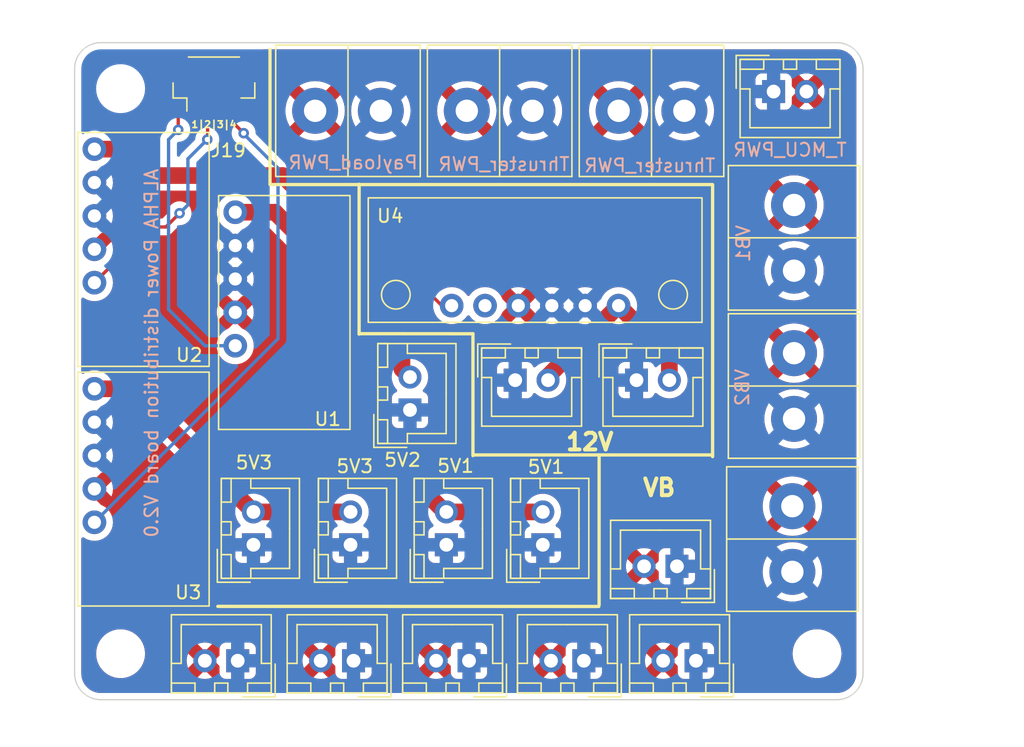
<source format=kicad_pcb>
(kicad_pcb (version 20211014) (generator pcbnew)
  (layers (0 "F.Cu" signal) (31 "B.Cu" signal) (34 "B.Paste" user) (35 "F.Paste" user) (36 "B.SilkS" user "B.Silkscreen") (37 "F.SilkS" user "F.Silkscreen") (38 "B.Mask" user) (39 "F.Mask" user) (44 "Edge.Cuts" user))
  (net 0 "")
  (net 1 "VIN")
  (net 2 "5V1")
  (net 3 "5V2")
  (net 4 "12V1")
  (net 5 "GND")
  (net 6 "EN3")
  (net 7 "EN2")
  (net 8 "EN1")
  (net 9 "EN4")
  (net 10 "5V3")
  (footprint "TerminalBlock:Pololu_5mm" (layer "F.Cu") (at 104.7496 68.6308 90)
    (fp_text reference "J2" hide)
    (fp_text value "VB_IN")
    (fp_line (start -3 -5) (end -3 5) (layer "F.SilkS") (width 0.12))
    (fp_line (start -3 5) (end 8 5) (layer "F.SilkS") (width 0.12))
    (fp_line (start 8 -5) (end -3 -5) (layer "F.SilkS") (width 0.12))
    (fp_line (start 2.5 -5) (end 2.5 5) (layer "F.SilkS") (width 0.12))
    (fp_line (start 8 5) (end 8 -5) (layer "F.SilkS") (width 0.12))
    (pad "1" thru_hole circle (at 0 0 90) (size 3.5 3.5) (drill 1.7) (layers *.Cu *.Mask) (net 5 "GND"))
    (pad "2" thru_hole circle (at 5 0 90) (size 3.5 3.5) (drill 1.7) (layers *.Cu *.Mask) (net 1 "VIN"))
  )
  (footprint "TerminalBlock:Pololu_5mm" (layer "F.Cu") (at 84.8468 45.1866 180)
    (fp_text reference "J3" hide)
    (fp_text value "Thruster_PWR2")
    (fp_line (start 2.5 -5) (end 2.5 5) (layer "F.SilkS") (width 0.12))
    (fp_line (start -3 5) (end 8 5) (layer "F.SilkS") (width 0.12))
    (fp_line (start 8 -5) (end -3 -5) (layer "F.SilkS") (width 0.12))
    (fp_line (start -3 -5) (end -3 5) (layer "F.SilkS") (width 0.12))
    (fp_line (start 8 5) (end 8 -5) (layer "F.SilkS") (width 0.12))
    (pad "1" thru_hole circle (at 0 0 180) (size 3.5 3.5) (drill 1.7) (layers *.Cu *.Mask) (net 5 "GND"))
    (pad "2" thru_hole circle (at 5 0 180) (size 3.5 3.5) (drill 1.7) (layers *.Cu *.Mask) (net 1 "VIN"))
  )
  (footprint "Pololu:D36V50F12" (layer "F.Cu") (at 97.745804 61.281996 180)
    (fp_text reference "U4" (at 23.7302 8.0944 unlocked) (layer "F.SilkS"))
    (fp_text value "D36V50F12")
    (fp_rect (start 0 0) (end 25.4 9.47) (layer "F.SilkS") (width 0.12) (fill none))
    (fp_circle (center 2.2 2.1) (end 3.29 2.1) (layer "F.SilkS") (width 0.12) (fill none))
    (fp_circle (center 23.3 2.1) (end 24.39 2.1) (layer "F.SilkS") (width 0.12) (fill none))
    (pad "1" thru_hole circle (at 19.05 1.27 180) (size 1.8 1.8) (drill 1) (layers *.Cu *.Mask) (net 9 "EN4"))
    (pad "2" thru_hole circle (at 16.51 1.27 180) (size 1.8 1.8) (drill 1) (layers *.Cu *.Mask))
    (pad "3" thru_hole circle (at 13.98 1.27 180) (size 1.8 1.8) (drill 1) (layers *.Cu *.Mask) (net 1 "VIN"))
    (pad "4" thru_hole circle (at 11.43 1.27 180) (size 1.8 1.8) (drill 1) (layers *.Cu *.Mask) (net 5 "GND"))
    (pad "5" thru_hole circle (at 8.89 1.27 180) (size 1.8 1.8) (drill 1) (layers *.Cu *.Mask) (net 5 "GND"))
    (pad "6" thru_hole circle (at 6.35 1.27 180) (size 1.8 1.8) (drill 1) (layers *.Cu *.Mask) (net 4 "12V1"))
  )
  (footprint "Connectors_JST:JST_XH_B02B-XH-A_02x2.50mm_Straight" (layer "F.Cu") (at 83.5298 65.6844)
    (fp_text reference "J17" hide)
    (fp_text value "12V_R1")
    (fp_line (start 0.75 -2.45) (end 0.75 -1.7) (layer "F.SilkS") (width 0.12))
    (fp_line (start -1.8 -0.2) (end -1.8 2.75) (layer "F.SilkS") (width 0.12))
    (fp_line (start -0.75 -2.45) (end -2.55 -2.45) (layer "F.SilkS") (width 0.12))
    (fp_line (start -2.85 -2.75) (end -2.85 -0.25) (layer "F.SilkS") (width 0.12))
    (fp_line (start 3.25 -1.7) (end 5.05 -1.7) (layer "F.SilkS") (width 0.12))
    (fp_line (start -2.55 -0.2) (end -1.8 -0.2) (layer "F.SilkS") (width 0.12))
    (fp_line (start 4.3 2.75) (end 1.25 2.75) (layer "F.SilkS") (width 0.12))
    (fp_line (start -2.55 3.5) (end 5.05 3.5) (layer "F.SilkS") (width 0.12))
    (fp_line (start -2.55 -1.7) (end -0.75 -1.7) (layer "F.SilkS") (width 0.12))
    (fp_line (start 5.05 3.5) (end 5.05 -2.45) (layer "F.SilkS") (width 0.12))
    (fp_line (start 4.3 -0.2) (end 4.3 2.75) (layer "F.SilkS") (width 0.12))
    (fp_line (start -1.8 2.75) (end 1.25 2.75) (layer "F.SilkS") (width 0.12))
    (fp_line (start -2.55 -2.45) (end -2.55 -1.7) (layer "F.SilkS") (width 0.12))
    (fp_line (start 5.05 -1.7) (end 5.05 -2.45) (layer "F.SilkS") (width 0.12))
    (fp_line (start 5.05 -2.45) (end 3.25 -2.45) (layer "F.SilkS") (width 0.12))
    (fp_line (start 0.75 -1.7) (end 1.75 -1.7) (layer "F.SilkS") (width 0.12))
    (fp_line (start 5.05 -0.2) (end 4.3 -0.2) (layer "F.SilkS") (width 0.12))
    (fp_line (start -0.35 -2.75) (end -2.85 -2.75) (layer "F.SilkS") (width 0.12))
    (fp_line (start 1.75 -1.7) (end 1.75 -2.45) (layer "F.SilkS") (width 0.12))
    (fp_line (start -0.75 -1.7) (end -0.75 -2.45) (layer "F.SilkS") (width 0.12))
    (fp_line (start 5.05 -2.45) (end -2.55 -2.45) (layer "F.SilkS") (width 0.12))
    (fp_line (start -2.55 -2.45) (end -2.55 3.5) (layer "F.SilkS") (width 0.12))
    (fp_line (start 1.75 -2.45) (end 0.75 -2.45) (layer "F.SilkS") (width 0.12))
    (fp_line (start 3.25 -2.45) (end 3.25 -1.7) (layer "F.SilkS") (width 0.12))
    (pad "1" thru_hole rect locked (at 0 0) (size 1.75 1.75) (drill 1.05) (layers *.Cu *.Mask) (net 5 "GND"))
    (pad "2" thru_hole circle locked (at 2.5 0) (size 1.75 1.75) (drill 1.05) (layers *.Cu *.Mask) (net 4 "12V1"))
  )
  (footprint "Connectors_JST:JST_XH_B02B-XH-A_02x2.50mm_Straight" (layer "F.Cu") (at 80.0154 87.0374 180)
    (fp_text reference "J9" hide)
    (fp_text value "USBL_PWR")
    (fp_line (start 5.05 -2.45) (end 3.25 -2.45) (layer "F.SilkS") (width 0.12))
    (fp_line (start 5.05 -0.2) (end 4.3 -0.2) (layer "F.SilkS") (width 0.12))
    (fp_line (start 1.75 -1.7) (end 1.75 -2.45) (layer "F.SilkS") (width 0.12))
    (fp_line (start 0.75 -1.7) (end 1.75 -1.7) (layer "F.SilkS") (width 0.12))
    (fp_line (start 1.75 -2.45) (end 0.75 -2.45) (layer "F.SilkS") (width 0.12))
    (fp_line (start -2.85 -2.75) (end -2.85 -0.25) (layer "F.SilkS") (width 0.12))
    (fp_line (start 0.75 -2.45) (end 0.75 -1.7) (layer "F.SilkS") (width 0.12))
    (fp_line (start 5.05 -2.45) (end -2.55 -2.45) (layer "F.SilkS") (width 0.12))
    (fp_line (start -0.75 -1.7) (end -0.75 -2.45) (layer "F.SilkS") (width 0.12))
    (fp_line (start -2.55 -0.2) (end -1.8 -0.2) (layer "F.SilkS") (width 0.12))
    (fp_line (start 4.3 -0.2) (end 4.3 2.75) (layer "F.SilkS") (width 0.12))
    (fp_line (start -2.55 -1.7) (end -0.75 -1.7) (layer "F.SilkS") (width 0.12))
    (fp_line (start 5.05 -1.7) (end 5.05 -2.45) (layer "F.SilkS") (width 0.12))
    (fp_line (start -1.8 -0.2) (end -1.8 2.75) (layer "F.SilkS") (width 0.12))
    (fp_line (start -2.55 -2.45) (end -2.55 3.5) (layer "F.SilkS") (width 0.12))
    (fp_line (start -2.55 3.5) (end 5.05 3.5) (layer "F.SilkS") (width 0.12))
    (fp_line (start -0.35 -2.75) (end -2.85 -2.75) (layer "F.SilkS") (width 0.12))
    (fp_line (start 3.25 -2.45) (end 3.25 -1.7) (layer "F.SilkS") (width 0.12))
    (fp_line (start 4.3 2.75) (end 1.25 2.75) (layer "F.SilkS") (width 0.12))
    (fp_line (start -2.55 -2.45) (end -2.55 -1.7) (layer "F.SilkS") (width 0.12))
    (fp_line (start 3.25 -1.7) (end 5.05 -1.7) (layer "F.SilkS") (width 0.12))
    (fp_line (start -0.75 -2.45) (end -2.55 -2.45) (layer "F.SilkS") (width 0.12))
    (fp_line (start -1.8 2.75) (end 1.25 2.75) (layer "F.SilkS") (width 0.12))
    (fp_line (start 5.05 3.5) (end 5.05 -2.45) (layer "F.SilkS") (width 0.12))
    (pad "1" thru_hole rect locked (at 0 0 180) (size 1.75 1.75) (drill 1.05) (layers *.Cu *.Mask) (net 5 "GND"))
    (pad "2" thru_hole circle locked (at 2.5 0 180) (size 1.75 1.75) (drill 1.05) (layers *.Cu *.Mask) (net 1 "VIN"))
  )
  (footprint "Connectors_JST:JST_XH_B02B-XH-A_02x2.50mm_Straight" (layer "F.Cu") (at 92.7608 65.6844)
    (fp_text reference "J18" hide)
    (fp_text value "12V_R2")
    (fp_line (start -1.8 -0.2) (end -1.8 2.75) (layer "F.SilkS") (width 0.12))
    (fp_line (start 5.05 3.5) (end 5.05 -2.45) (layer "F.SilkS") (width 0.12))
    (fp_line (start -0.75 -2.45) (end -2.55 -2.45) (layer "F.SilkS") (width 0.12))
    (fp_line (start 5.05 -0.2) (end 4.3 -0.2) (layer "F.SilkS") (width 0.12))
    (fp_line (start 1.75 -2.45) (end 0.75 -2.45) (layer "F.SilkS") (width 0.12))
    (fp_line (start -1.8 2.75) (end 1.25 2.75) (layer "F.SilkS") (width 0.12))
    (fp_line (start 0.75 -2.45) (end 0.75 -1.7) (layer "F.SilkS") (width 0.12))
    (fp_line (start 5.05 -2.45) (end 3.25 -2.45) (layer "F.SilkS") (width 0.12))
    (fp_line (start -2.85 -2.75) (end -2.85 -0.25) (layer "F.SilkS") (width 0.12))
    (fp_line (start 1.75 -1.7) (end 1.75 -2.45) (layer "F.SilkS") (width 0.12))
    (fp_line (start 5.05 -2.45) (end -2.55 -2.45) (layer "F.SilkS") (width 0.12))
    (fp_line (start 5.05 -1.7) (end 5.05 -2.45) (layer "F.SilkS") (width 0.12))
    (fp_line (start 3.25 -2.45) (end 3.25 -1.7) (layer "F.SilkS") (width 0.12))
    (fp_line (start 3.25 -1.7) (end 5.05 -1.7) (layer "F.SilkS") (width 0.12))
    (fp_line (start -2.55 -0.2) (end -1.8 -0.2) (layer "F.SilkS") (width 0.12))
    (fp_line (start -0.35 -2.75) (end -2.85 -2.75) (layer "F.SilkS") (width 0.12))
    (fp_line (start -2.55 -2.45) (end -2.55 -1.7) (layer "F.SilkS") (width 0.12))
    (fp_line (start 0.75 -1.7) (end 1.75 -1.7) (layer "F.SilkS") (width 0.12))
    (fp_line (start -2.55 -2.45) (end -2.55 3.5) (layer "F.SilkS") (width 0.12))
    (fp_line (start 4.3 -0.2) (end 4.3 2.75) (layer "F.SilkS") (width 0.12))
    (fp_line (start -2.55 3.5) (end 5.05 3.5) (layer "F.SilkS") (width 0.12))
    (fp_line (start -2.55 -1.7) (end -0.75 -1.7) (layer "F.SilkS") (width 0.12))
    (fp_line (start -0.75 -1.7) (end -0.75 -2.45) (layer "F.SilkS") (width 0.12))
    (fp_line (start 4.3 2.75) (end 1.25 2.75) (layer "F.SilkS") (width 0.12))
    (pad "1" thru_hole rect locked (at 0 0) (size 1.75 1.75) (drill 1.05) (layers *.Cu *.Mask) (net 5 "GND"))
    (pad "2" thru_hole circle locked (at 2.5 0) (size 1.75 1.75) (drill 1.05) (layers *.Cu *.Mask) (net 4 "12V1"))
  )
  (footprint "TerminalBlock:Pololu_5mm" (layer "F.Cu") (at 73.3044 45.1866 180)
    (fp_text reference "J4" hide)
    (fp_text value "Payload_PWR")
    (fp_line (start 8 5) (end 8 -5) (layer "F.SilkS") (width 0.12))
    (fp_line (start 8 -5) (end -3 -5) (layer "F.SilkS") (width 0.12))
    (fp_line (start -3 -5) (end -3 5) (layer "F.SilkS") (width 0.12))
    (fp_line (start -3 5) (end 8 5) (layer "F.SilkS") (width 0.12))
    (fp_line (start 2.5 -5) (end 2.5 5) (layer "F.SilkS") (width 0.12))
    (pad "1" thru_hole circle (at 0 0 180) (size 3.5 3.5) (drill 1.7) (layers *.Cu *.Mask) (net 5 "GND"))
    (pad "2" thru_hole circle (at 5 0 180) (size 3.5 3.5) (drill 1.7) (layers *.Cu *.Mask) (net 1 "VIN"))
  )
  (footprint "Connectors_JST:JST_XH_B02B-XH-A_02x2.50mm_Straight" (layer "F.Cu") (at 75.5226 67.9504 90)
    (fp_text reference "J14" hide)
    (fp_text value "PI_MVP_PWR")
    (fp_line (start -2.55 -2.45) (end -2.55 3.5) (layer "F.SilkS") (width 0.12))
    (fp_line (start -0.35 -2.75) (end -2.85 -2.75) (layer "F.SilkS") (width 0.12))
    (fp_line (start 4.3 2.75) (end 1.25 2.75) (layer "F.SilkS") (width 0.12))
    (fp_line (start -0.75 -1.7) (end -0.75 -2.45) (layer "F.SilkS") (width 0.12))
    (fp_line (start -2.55 -0.2) (end -1.8 -0.2) (layer "F.SilkS") (width 0.12))
    (fp_line (start 0.75 -1.7) (end 1.75 -1.7) (layer "F.SilkS") (width 0.12))
    (fp_line (start -2.85 -2.75) (end -2.85 -0.25) (layer "F.SilkS") (width 0.12))
    (fp_line (start -2.55 -2.45) (end -2.55 -1.7) (layer "F.SilkS") (width 0.12))
    (fp_line (start -0.75 -2.45) (end -2.55 -2.45) (layer "F.SilkS") (width 0.12))
    (fp_line (start -1.8 -0.2) (end -1.8 2.75) (layer "F.SilkS") (width 0.12))
    (fp_line (start 1.75 -1.7) (end 1.75 -2.45) (layer "F.SilkS") (width 0.12))
    (fp_line (start 1.75 -2.45) (end 0.75 -2.45) (layer "F.SilkS") (width 0.12))
    (fp_line (start 5.05 -2.45) (end 3.25 -2.45) (layer "F.SilkS") (width 0.12))
    (fp_line (start 0.75 -2.45) (end 0.75 -1.7) (layer "F.SilkS") (width 0.12))
    (fp_line (start 3.25 -2.45) (end 3.25 -1.7) (layer "F.SilkS") (width 0.12))
    (fp_line (start -2.55 3.5) (end 5.05 3.5) (layer "F.SilkS") (width 0.12))
    (fp_line (start -1.8 2.75) (end 1.25 2.75) (layer "F.SilkS") (width 0.12))
    (fp_line (start 5.05 -0.2) (end 4.3 -0.2) (layer "F.SilkS") (width 0.12))
    (fp_line (start 5.05 -1.7) (end 5.05 -2.45) (layer "F.SilkS") (width 0.12))
    (fp_line (start 5.05 3.5) (end 5.05 -2.45) (layer "F.SilkS") (width 0.12))
    (fp_line (start 4.3 -0.2) (end 4.3 2.75) (layer "F.SilkS") (width 0.12))
    (fp_line (start -2.55 -1.7) (end -0.75 -1.7) (layer "F.SilkS") (width 0.12))
    (fp_line (start 5.05 -2.45) (end -2.55 -2.45) (layer "F.SilkS") (width 0.12))
    (fp_line (start 3.25 -1.7) (end 5.05 -1.7) (layer "F.SilkS") (width 0.12))
    (pad "1" thru_hole rect locked (at 0 0 90) (size 1.75 1.75) (drill 1.05) (layers *.Cu *.Mask) (net 5 "GND"))
    (pad "2" thru_hole circle locked (at 2.5 0 90) (size 1.75 1.75) (drill 1.05) (layers *.Cu *.Mask) (net 3 "5V2"))
  )
  (footprint "MountingHole:MountingHole_2.7mm_M2.5" (layer "F.Cu") (at 106.5 86.5)
    (fp_text reference "H3" hide)
    (fp_text value "MountingHole")
    (pad "" np_thru_hole circle (at 0 0) (size 2.7 2.7) (drill 2.7) (layers *.Cu *.Mask))
  )
  (footprint "Pololu:D36V28F5" (layer "F.Cu") (at 50.238406 82.871412 90)
    (fp_text reference "U3" (at 1.0326 8.4102 unlocked) (layer "F.SilkS"))
    (fp_text value "D36V28F5")
    (fp_rect (start 0 0) (end 17.8 10) (layer "F.SilkS") (width 0.12) (fill none))
    (pad "1" thru_hole circle (at 6.37 1.27 90) (size 1.8 1.8) (drill 1) (layers *.Cu *.Mask) (net 6 "EN3"))
    (pad "2" thru_hole circle (at 8.91 1.27 90) (size 1.8 1.8) (drill 1) (layers *.Cu *.Mask) (net 1 "VIN"))
    (pad "3" thru_hole circle (at 11.45 1.27 90) (size 1.8 1.8) (drill 1) (layers *.Cu *.Mask) (net 5 "GND"))
    (pad "4" thru_hole circle (at 13.99 1.27 90) (size 1.8 1.8) (drill 1) (layers *.Cu *.Mask) (net 5 "GND"))
    (pad "5" thru_hole circle (at 16.53 1.27 90) (size 1.8 1.8) (drill 1) (layers *.Cu *.Mask) (net 10 "5V3"))
  )
  (footprint "MountingHole:MountingHole_2.7mm_M2.5" (layer "F.Cu") (at 53.5 86.5)
    (fp_text reference "H1" hide)
    (fp_text value "MountingHole")
    (pad "" np_thru_hole circle (at 0 0) (size 2.7 2.7) (drill 2.7) (layers *.Cu *.Mask))
  )
  (footprint "TerminalBlock:Pololu_5mm" (layer "F.Cu") (at 96.4038 45.1866 180)
    (fp_text reference "J5" hide)
    (fp_text value "Thruster_PWR1")
    (fp_line (start -3 -5) (end -3 5) (layer "F.SilkS") (width 0.12))
    (fp_line (start 8 5) (end 8 -5) (layer "F.SilkS") (width 0.12))
    (fp_line (start -3 5) (end 8 5) (layer "F.SilkS") (width 0.12))
    (fp_line (start 2.5 -5) (end 2.5 5) (layer "F.SilkS") (width 0.12))
    (fp_line (start 8 -5) (end -3 -5) (layer "F.SilkS") (width 0.12))
    (pad "1" thru_hole circle (at 0 0 180) (size 3.5 3.5) (drill 1.7) (layers *.Cu *.Mask) (net 5 "GND"))
    (pad "2" thru_hole circle (at 5 0 180) (size 3.5 3.5) (drill 1.7) (layers *.Cu *.Mask) (net 1 "VIN"))
  )
  (footprint "Connectors_JST:JST_XH_B02B-XH-A_02x2.50mm_Straight" (layer "F.Cu") (at 71.0014 78.212 90)
    (fp_text reference "J16" hide)
    (fp_text value "5V_R1")
    (fp_line (start -0.75 -1.7) (end -0.75 -2.45) (layer "F.SilkS") (width 0.12))
    (fp_line (start 0.75 -1.7) (end 1.75 -1.7) (layer "F.SilkS") (width 0.12))
    (fp_line (start 3.25 -2.45) (end 3.25 -1.7) (layer "F.SilkS") (width 0.12))
    (fp_line (start 4.3 -0.2) (end 4.3 2.75) (layer "F.SilkS") (width 0.12))
    (fp_line (start 1.75 -2.45) (end 0.75 -2.45) (layer "F.SilkS") (width 0.12))
    (fp_line (start 5.05 -2.45) (end -2.55 -2.45) (layer "F.SilkS") (width 0.12))
    (fp_line (start -2.55 -1.7) (end -0.75 -1.7) (layer "F.SilkS") (width 0.12))
    (fp_line (start 5.05 -0.2) (end 4.3 -0.2) (layer "F.SilkS") (width 0.12))
    (fp_line (start -2.55 -2.45) (end -2.55 3.5) (layer "F.SilkS") (width 0.12))
    (fp_line (start -0.35 -2.75) (end -2.85 -2.75) (layer "F.SilkS") (width 0.12))
    (fp_line (start 3.25 -1.7) (end 5.05 -1.7) (layer "F.SilkS") (width 0.12))
    (fp_line (start -2.55 -0.2) (end -1.8 -0.2) (layer "F.SilkS") (width 0.12))
    (fp_line (start 4.3 2.75) (end 1.25 2.75) (layer "F.SilkS") (width 0.12))
    (fp_line (start 5.05 -1.7) (end 5.05 -2.45) (layer "F.SilkS") (width 0.12))
    (fp_line (start 0.75 -2.45) (end 0.75 -1.7) (layer "F.SilkS") (width 0.12))
    (fp_line (start 5.05 -2.45) (end 3.25 -2.45) (layer "F.SilkS") (width 0.12))
    (fp_line (start 1.75 -1.7) (end 1.75 -2.45) (layer "F.SilkS") (width 0.12))
    (fp_line (start 5.05 3.5) (end 5.05 -2.45) (layer "F.SilkS") (width 0.12))
    (fp_line (start -2.55 3.5) (end 5.05 3.5) (layer "F.SilkS") (width 0.12))
    (fp_line (start -2.55 -2.45) (end -2.55 -1.7) (layer "F.SilkS") (width 0.12))
    (fp_line (start -0.75 -2.45) (end -2.55 -2.45) (layer "F.SilkS") (width 0.12))
    (fp_line (start -2.85 -2.75) (end -2.85 -0.25) (layer "F.SilkS") (width 0.12))
    (fp_line (start -1.8 2.75) (end 1.25 2.75) (layer "F.SilkS") (width 0.12))
    (fp_line (start -1.8 -0.2) (end -1.8 2.75) (layer "F.SilkS") (width 0.12))
    (pad "1" thru_hole rect locked (at 0 0 90) (size 1.75 1.75) (drill 1.05) (layers *.Cu *.Mask) (net 5 "GND"))
    (pad "2" thru_hole circle locked (at 2.5 0 90) (size 1.75 1.75) (drill 1.05) (layers *.Cu *.Mask) (net 10 "5V3"))
  )
  (footprint "Connectors_JST:JST_XH_B02B-XH-A_02x2.50mm_Straight" (layer "F.Cu") (at 71.227 87.0374 180)
    (fp_text reference "J8" hide)
    (fp_text value "Reserve2")
    (fp_line (start -2.55 -0.2) (end -1.8 -0.2) (layer "F.SilkS") (width 0.12))
    (fp_line (start -2.85 -2.75) (end -2.85 -0.25) (layer "F.SilkS") (width 0.12))
    (fp_line (start -1.8 -0.2) (end -1.8 2.75) (layer "F.SilkS") (width 0.12))
    (fp_line (start 3.25 -2.45) (end 3.25 -1.7) (layer "F.SilkS") (width 0.12))
    (fp_line (start -1.8 2.75) (end 1.25 2.75) (layer "F.SilkS") (width 0.12))
    (fp_line (start 0.75 -1.7) (end 1.75 -1.7) (layer "F.SilkS") (width 0.12))
    (fp_line (start -0.75 -2.45) (end -2.55 -2.45) (layer "F.SilkS") (width 0.12))
    (fp_line (start 4.3 -0.2) (end 4.3 2.75) (layer "F.SilkS") (width 0.12))
    (fp_line (start -2.55 -2.45) (end -2.55 -1.7) (layer "F.SilkS") (width 0.12))
    (fp_line (start -2.55 -1.7) (end -0.75 -1.7) (layer "F.SilkS") (width 0.12))
    (fp_line (start 5.05 -0.2) (end 4.3 -0.2) (layer "F.SilkS") (width 0.12))
    (fp_line (start -0.35 -2.75) (end -2.85 -2.75) (layer "F.SilkS") (width 0.12))
    (fp_line (start -2.55 -2.45) (end -2.55 3.5) (layer "F.SilkS") (width 0.12))
    (fp_line (start 5.05 -1.7) (end 5.05 -2.45) (layer "F.SilkS") (width 0.12))
    (fp_line (start 5.05 3.5) (end 5.05 -2.45) (layer "F.SilkS") (width 0.12))
    (fp_line (start 4.3 2.75) (end 1.25 2.75) (layer "F.SilkS") (width 0.12))
    (fp_line (start 5.05 -2.45) (end -2.55 -2.45) (layer "F.SilkS") (width 0.12))
    (fp_line (start 1.75 -2.45) (end 0.75 -2.45) (layer "F.SilkS") (width 0.12))
    (fp_line (start 0.75 -2.45) (end 0.75 -1.7) (layer "F.SilkS") (width 0.12))
    (fp_line (start 1.75 -1.7) (end 1.75 -2.45) (layer "F.SilkS") (width 0.12))
    (fp_line (start -0.75 -1.7) (end -0.75 -2.45) (layer "F.SilkS") (width 0.12))
    (fp_line (start -2.55 3.5) (end 5.05 3.5) (layer "F.SilkS") (width 0.12))
    (fp_line (start 5.05 -2.45) (end 3.25 -2.45) (layer "F.SilkS") (width 0.12))
    (fp_line (start 3.25 -1.7) (end 5.05 -1.7) (layer "F.SilkS") (width 0.12))
    (pad "1" thru_hole rect locked (at 0 0 180) (size 1.75 1.75) (drill 1.05) (layers *.Cu *.Mask) (net 5 "GND"))
    (pad "2" thru_hole circle locked (at 2.5 0 180) (size 1.75 1.75) (drill 1.05) (layers *.Cu *.Mask) (net 1 "VIN"))
  )
  (footprint "Connectors_JST:JST_XH_B02B-XH-A_02x2.50mm_Straight" (layer "F.Cu") (at 88.753 87.0374 180)
    (fp_text reference "J10" hide)
    (fp_text value "Ethernet_SW_PWR")
    (fp_line (start 3.25 -2.45) (end 3.25 -1.7) (layer "F.SilkS") (width 0.12))
    (fp_line (start -2.55 -2.45) (end -2.55 -1.7) (layer "F.SilkS") (width 0.12))
    (fp_line (start 5.05 -2.45) (end -2.55 -2.45) (layer "F.SilkS") (width 0.12))
    (fp_line (start -2.55 -2.45) (end -2.55 3.5) (layer "F.SilkS") (width 0.12))
    (fp_line (start -1.8 2.75) (end 1.25 2.75) (layer "F.SilkS") (width 0.12))
    (fp_line (start 1.75 -1.7) (end 1.75 -2.45) (layer "F.SilkS") (width 0.12))
    (fp_line (start 0.75 -1.7) (end 1.75 -1.7) (layer "F.SilkS") (width 0.12))
    (fp_line (start 3.25 -1.7) (end 5.05 -1.7) (layer "F.SilkS") (width 0.12))
    (fp_line (start 5.05 -0.2) (end 4.3 -0.2) (layer "F.SilkS") (width 0.12))
    (fp_line (start -1.8 -0.2) (end -1.8 2.75) (layer "F.SilkS") (width 0.12))
    (fp_line (start -0.75 -1.7) (end -0.75 -2.45) (layer "F.SilkS") (width 0.12))
    (fp_line (start 5.05 -1.7) (end 5.05 -2.45) (layer "F.SilkS") (width 0.12))
    (fp_line (start 5.05 -2.45) (end 3.25 -2.45) (layer "F.SilkS") (width 0.12))
    (fp_line (start -0.35 -2.75) (end -2.85 -2.75) (layer "F.SilkS") (width 0.12))
    (fp_line (start 0.75 -2.45) (end 0.75 -1.7) (layer "F.SilkS") (width 0.12))
    (fp_line (start 4.3 -0.2) (end 4.3 2.75) (layer "F.SilkS") (width 0.12))
    (fp_line (start -0.75 -2.45) (end -2.55 -2.45) (layer "F.SilkS") (width 0.12))
    (fp_line (start 4.3 2.75) (end 1.25 2.75) (layer "F.SilkS") (width 0.12))
    (fp_line (start 1.75 -2.45) (end 0.75 -2.45) (layer "F.SilkS") (width 0.12))
    (fp_line (start -2.85 -2.75) (end -2.85 -0.25) (layer "F.SilkS") (width 0.12))
    (fp_line (start -2.55 -0.2) (end -1.8 -0.2) (layer "F.SilkS") (width 0.12))
    (fp_line (start -2.55 -1.7) (end -0.75 -1.7) (layer "F.SilkS") (width 0.12))
    (fp_line (start -2.55 3.5) (end 5.05 3.5) (layer "F.SilkS") (width 0.12))
    (fp_line (start 5.05 3.5) (end 5.05 -2.45) (layer "F.SilkS") (width 0.12))
    (pad "1" thru_hole rect locked (at 0 0 180) (size 1.75 1.75) (drill 1.05) (layers *.Cu *.Mask) (net 5 "GND"))
    (pad "2" thru_hole circle locked (at 2.5 0 180) (size 1.75 1.75) (drill 1.05) (layers *.Cu *.Mask) (net 1 "VIN"))
  )
  (footprint "Pololu:D36V28F5" (layer "F.Cu") (at 50.238406 64.634212 90)
    (fp_text reference "U2" (at 0.8636 8.4836 unlocked) (layer "F.SilkS"))
    (fp_text value "D36V28F5")
    (fp_rect (start 0 0) (end 17.8 10) (layer "F.SilkS") (width 0.12) (fill none))
    (pad "1" thru_hole circle (at 6.37 1.27 90) (size 1.8 1.8) (drill 1) (layers *.Cu *.Mask) (net 7 "EN2"))
    (pad "2" thru_hole circle (at 8.91 1.27 90) (size 1.8 1.8) (drill 1) (layers *.Cu *.Mask) (net 1 "VIN"))
    (pad "3" thru_hole circle (at 11.45 1.27 90) (size 1.8 1.8) (drill 1) (layers *.Cu *.Mask) (net 5 "GND"))
    (pad "4" thru_hole circle (at 13.99 1.27 90) (size 1.8 1.8) (drill 1) (layers *.Cu *.Mask) (net 5 "GND"))
    (pad "5" thru_hole circle (at 16.53 1.27 90) (size 1.8 1.8) (drill 1) (layers *.Cu *.Mask) (net 3 "5V2"))
  )
  (footprint "Connectors_JST:JST_XH_B02B-XH-A_02x2.50mm_Straight" (layer "F.Cu") (at 62.4132 87.0374 180)
    (fp_text reference "J7" hide)
    (fp_text value "Tether_ Board_PWR")
    (fp_line (start 4.3 2.75) (end 1.25 2.75) (layer "F.SilkS") (width 0.12))
    (fp_line (start -2.55 -0.2) (end -1.8 -0.2) (layer "F.SilkS") (width 0.12))
    (fp_line (start 5.05 3.5) (end 5.05 -2.45) (layer "F.SilkS") (width 0.12))
    (fp_line (start -0.75 -2.45) (end -2.55 -2.45) (layer "F.SilkS") (width 0.12))
    (fp_line (start 5.05 -0.2) (end 4.3 -0.2) (layer "F.SilkS") (width 0.12))
    (fp_line (start -0.35 -2.75) (end -2.85 -2.75) (layer "F.SilkS") (width 0.12))
    (fp_line (start 1.75 -1.7) (end 1.75 -2.45) (layer "F.SilkS") (width 0.12))
    (fp_line (start -1.8 -0.2) (end -1.8 2.75) (layer "F.SilkS") (width 0.12))
    (fp_line (start 0.75 -1.7) (end 1.75 -1.7) (layer "F.SilkS") (width 0.12))
    (fp_line (start 3.25 -2.45) (end 3.25 -1.7) (layer "F.SilkS") (width 0.12))
    (fp_line (start -2.55 3.5) (end 5.05 3.5) (layer "F.SilkS") (width 0.12))
    (fp_line (start 5.05 -1.7) (end 5.05 -2.45) (layer "F.SilkS") (width 0.12))
    (fp_line (start 5.05 -2.45) (end -2.55 -2.45) (layer "F.SilkS") (width 0.12))
    (fp_line (start -1.8 2.75) (end 1.25 2.75) (layer "F.SilkS") (width 0.12))
    (fp_line (start -2.85 -2.75) (end -2.85 -0.25) (layer "F.SilkS") (width 0.12))
    (fp_line (start 0.75 -2.45) (end 0.75 -1.7) (layer "F.SilkS") (width 0.12))
    (fp_line (start -2.55 -2.45) (end -2.55 -1.7) (layer "F.SilkS") (width 0.12))
    (fp_line (start 1.75 -2.45) (end 0.75 -2.45) (layer "F.SilkS") (width 0.12))
    (fp_line (start -2.55 -1.7) (end -0.75 -1.7) (layer "F.SilkS") (width 0.12))
    (fp_line (start -0.75 -1.7) (end -0.75 -2.45) (layer "F.SilkS") (width 0.12))
    (fp_line (start 5.05 -2.45) (end 3.25 -2.45) (layer "F.SilkS") (width 0.12))
    (fp_line (start 4.3 -0.2) (end 4.3 2.75) (layer "F.SilkS") (width 0.12))
    (fp_line (start 3.25 -1.7) (end 5.05 -1.7) (layer "F.SilkS") (width 0.12))
    (fp_line (start -2.55 -2.45) (end -2.55 3.5) (layer "F.SilkS") (width 0.12))
    (pad "1" thru_hole rect locked (at 0 0 180) (size 1.75 1.75) (drill 1.05) (layers *.Cu *.Mask) (net 5 "GND"))
    (pad "2" thru_hole circle locked (at 2.5 0 180) (size 1.75 1.75) (drill 1.05) (layers *.Cu *.Mask) (net 1 "VIN"))
  )
  (footprint "TerminalBlock:Pololu_5mm" (layer "F.Cu") (at 104.6226 80.2748 90)
    (fp_text reference "J21" hide)
    (fp_text value "VB_R1")
    (fp_line (start 8 -5) (end -3 -5) (layer "F.SilkS") (width 0.12))
    (fp_line (start 8 5) (end 8 -5) (layer "F.SilkS") (width 0.12))
    (fp_line (start -3 -5) (end -3 5) (layer "F.SilkS") (width 0.12))
    (fp_line (start -3 5) (end 8 5) (layer "F.SilkS") (width 0.12))
    (fp_line (start 2.5 -5) (end 2.5 5) (layer "F.SilkS") (width 0.12))
    (pad "1" thru_hole circle (at 0 0 90) (size 3.5 3.5) (drill 1.7) (layers *.Cu *.Mask) (net 5 "GND"))
    (pad "2" thru_hole circle (at 5 0 90) (size 3.5 3.5) (drill 1.7) (layers *.Cu *.Mask) (net 1 "VIN"))
  )
  (footprint "TerminalBlock:Pololu_5mm" (layer "F.Cu") (at 104.7496 57.3532 90)
    (fp_text reference "J1" hide)
    (fp_text value "VB_IN")
    (fp_line (start 8 -5) (end -3 -5) (layer "F.SilkS") (width 0.12))
    (fp_line (start 8 5) (end 8 -5) (layer "F.SilkS") (width 0.12))
    (fp_line (start -3 5) (end 8 5) (layer "F.SilkS") (width 0.12))
    (fp_line (start -3 -5) (end -3 5) (layer "F.SilkS") (width 0.12))
    (fp_line (start 2.5 -5) (end 2.5 5) (layer "F.SilkS") (width 0.12))
    (pad "1" thru_hole circle (at 0 0 90) (size 3.5 3.5) (drill 1.7) (layers *.Cu *.Mask) (net 5 "GND"))
    (pad "2" thru_hole circle (at 5 0 90) (size 3.5 3.5) (drill 1.7) (layers *.Cu *.Mask) (net 1 "VIN"))
  )
  (footprint "Connectors_JST:JST_XH_B02B-XH-A_02x2.50mm_Straight" (layer "F.Cu") (at 103.1948 43.7218)
    (fp_text reference "J6" hide)
    (fp_text value "Thruster_MCU_PWR")
    (fp_line (start -0.75 -1.7) (end -0.75 -2.45) (layer "F.SilkS") (width 0.12))
    (fp_line (start 0.75 -1.7) (end 1.75 -1.7) (layer "F.SilkS") (width 0.12))
    (fp_line (start 5.05 -0.2) (end 4.3 -0.2) (layer "F.SilkS") (width 0.12))
    (fp_line (start 3.25 -2.45) (end 3.25 -1.7) (layer "F.SilkS") (width 0.12))
    (fp_line (start -0.75 -2.45) (end -2.55 -2.45) (layer "F.SilkS") (width 0.12))
    (fp_line (start -1.8 -0.2) (end -1.8 2.75) (layer "F.SilkS") (width 0.12))
    (fp_line (start -2.55 3.5) (end 5.05 3.5) (layer "F.SilkS") (width 0.12))
    (fp_line (start -2.85 -2.75) (end -2.85 -0.25) (layer "F.SilkS") (width 0.12))
    (fp_line (start 5.05 -2.45) (end -2.55 -2.45) (layer "F.SilkS") (width 0.12))
    (fp_line (start -2.55 -2.45) (end -2.55 -1.7) (layer "F.SilkS") (width 0.12))
    (fp_line (start -1.8 2.75) (end 1.25 2.75) (layer "F.SilkS") (width 0.12))
    (fp_line (start 5.05 -1.7) (end 5.05 -2.45) (layer "F.SilkS") (width 0.12))
    (fp_line (start 4.3 -0.2) (end 4.3 2.75) (layer "F.SilkS") (width 0.12))
    (fp_line (start -2.55 -1.7) (end -0.75 -1.7) (layer "F.SilkS") (width 0.12))
    (fp_line (start 0.75 -2.45) (end 0.75 -1.7) (layer "F.SilkS") (width 0.12))
    (fp_line (start 3.25 -1.7) (end 5.05 -1.7) (layer "F.SilkS") (width 0.12))
    (fp_line (start 1.75 -1.7) (end 1.75 -2.45) (layer "F.SilkS") (width 0.12))
    (fp_line (start -2.55 -0.2) (end -1.8 -0.2) (layer "F.SilkS") (width 0.12))
    (fp_line (start 4.3 2.75) (end 1.25 2.75) (layer "F.SilkS") (width 0.12))
    (fp_line (start -2.55 -2.45) (end -2.55 3.5) (layer "F.SilkS") (width 0.12))
    (fp_line (start -0.35 -2.75) (end -2.85 -2.75) (layer "F.SilkS") (width 0.12))
    (fp_line (start 1.75 -2.45) (end 0.75 -2.45) (layer "F.SilkS") (width 0.12))
    (fp_line (start 5.05 3.5) (end 5.05 -2.45) (layer "F.SilkS") (width 0.12))
    (fp_line (start 5.05 -2.45) (end 3.25 -2.45) (layer "F.SilkS") (width 0.12))
    (pad "1" thru_hole rect locked (at 0 0) (size 1.75 1.75) (drill 1.05) (layers *.Cu *.Mask) (net 5 "GND"))
    (pad "2" thru_hole circle locked (at 2.5 0) (size 1.75 1.75) (drill 1.05) (layers *.Cu *.Mask) (net 1 "VIN"))
  )
  (footprint "MountingHole:MountingHole_2.7mm_M2.5" (layer "F.Cu") (at 53.5 43.5)
    (fp_text reference "H2" hide)
    (fp_text value "MountingHole")
    (pad "" np_thru_hole circle (at 0 0) (size 2.7 2.7) (drill 2.7) (layers *.Cu *.Mask))
  )
  (footprint "Connector_JST:JST_SH_BM04B-SRSS-TB_1x04-1MP_P1.00mm_Vertical" (layer "F.Cu") (at 60.6044 43.1038)
    (fp_text reference "J19" (at 1.0956 5.0962 180) (layer "F.SilkS"))
    (fp_text value "DC_DC_EN")
    (fp_line (start -3.11 -0.04) (end -3.11 1.11) (layer "F.SilkS") (width 0.12))
    (fp_line (start 3.11 -0.04) (end 3.11 1.11) (layer "F.SilkS") (width 0.12))
    (fp_line (start -3.11 1.11) (end -2.06 1.11) (layer "F.SilkS") (width 0.12))
    (fp_line (start 3.11 1.11) (end 2.06 1.11) (layer "F.SilkS") (width 0.12))
    (fp_line (start -2.06 1.11) (end -2.06 2.1) (layer "F.SilkS") (width 0.12))
    (fp_line (start -1.94 -2.01) (end 1.94 -2.01) (layer "F.SilkS") (width 0.12))
    (pad "1" smd roundrect (at -1.5 1.325) (size 0.6 1.55) (layers "F.Cu" "F.Paste" "F.Mask") (net 8 "EN1"))
    (pad "2" smd roundrect (at -0.5 1.325) (size 0.6 1.55) (layers "F.Cu" "F.Paste" "F.Mask") (net 7 "EN2"))
    (pad "3" smd roundrect (at 0.5 1.325) (size 0.6 1.55) (layers "F.Cu" "F.Paste" "F.Mask") (net 6 "EN3"))
    (pad "4" smd roundrect (at 1.5 1.325) (size 0.6 1.55) (layers "F.Cu" "F.Paste" "F.Mask") (net 9 "EN4"))
    (pad "MP" smd roundrect (at 2.8 -1.2) (size 1.2 1.8) (layers "F.Cu" "F.Paste" "F.Mask") (roundrect_rratio 0.2083333333))
    (pad "MP" smd roundrect (at -2.8 -1.2) (size 1.2 1.8) (layers "F.Cu" "F.Paste" "F.Mask") (roundrect_rratio 0.2083333333))
  )
  (footprint "Connectors_JST:JST_XH_B02B-XH-A_02x2.50mm_Straight" (layer "F.Cu") (at 97.2874 87.0374 180)
    (fp_text reference "J11" hide)
    (fp_text value "DVL_PWR")
    (fp_line (start -0.35 -2.75) (end -2.85 -2.75) (layer "F.SilkS") (width 0.12))
    (fp_line (start 5.05 3.5) (end 5.05 -2.45) (layer "F.SilkS") (width 0.12))
    (fp_line (start -2.55 3.5) (end 5.05 3.5) (layer "F.SilkS") (width 0.12))
    (fp_line (start 3.25 -1.7) (end 5.05 -1.7) (layer "F.SilkS") (width 0.12))
    (fp_line (start 1.75 -1.7) (end 1.75 -2.45) (layer "F.SilkS") (width 0.12))
    (fp_line (start 4.3 -0.2) (end 4.3 2.75) (layer "F.SilkS") (width 0.12))
    (fp_line (start -2.85 -2.75) (end -2.85 -0.25) (layer "F.SilkS") (width 0.12))
    (fp_line (start 0.75 -1.7) (end 1.75 -1.7) (layer "F.SilkS") (width 0.12))
    (fp_line (start 4.3 2.75) (end 1.25 2.75) (layer "F.SilkS") (width 0.12))
    (fp_line (start 3.25 -2.45) (end 3.25 -1.7) (layer "F.SilkS") (width 0.12))
    (fp_line (start 5.05 -1.7) (end 5.05 -2.45) (layer "F.SilkS") (width 0.12))
    (fp_line (start 5.05 -2.45) (end 3.25 -2.45) (layer "F.SilkS") (width 0.12))
    (fp_line (start -1.8 -0.2) (end -1.8 2.75) (layer "F.SilkS") (width 0.12))
    (fp_line (start -2.55 -2.45) (end -2.55 -1.7) (layer "F.SilkS") (width 0.12))
    (fp_line (start -0.75 -1.7) (end -0.75 -2.45) (layer "F.SilkS") (width 0.12))
    (fp_line (start -1.8 2.75) (end 1.25 2.75) (layer "F.SilkS") (width 0.12))
    (fp_line (start 5.05 -2.45) (end -2.55 -2.45) (layer "F.SilkS") (width 0.12))
    (fp_line (start -0.75 -2.45) (end -2.55 -2.45) (layer "F.SilkS") (width 0.12))
    (fp_line (start -2.55 -2.45) (end -2.55 3.5) (layer "F.SilkS") (width 0.12))
    (fp_line (start 5.05 -0.2) (end 4.3 -0.2) (layer "F.SilkS") (width 0.12))
    (fp_line (start -2.55 -0.2) (end -1.8 -0.2) (layer "F.SilkS") (width 0.12))
    (fp_line (start 1.75 -2.45) (end 0.75 -2.45) (layer "F.SilkS") (width 0.12))
    (fp_line (start 0.75 -2.45) (end 0.75 -1.7) (layer "F.SilkS") (width 0.12))
    (fp_line (start -2.55 -1.7) (end -0.75 -1.7) (layer "F.SilkS") (width 0.12))
    (pad "1" thru_hole rect locked (at 0 0 180) (size 1.75 1.75) (drill 1.05) (layers *.Cu *.Mask) (net 5 "GND"))
    (pad "2" thru_hole circle locked (at 2.5 0 180) (size 1.75 1.75) (drill 1.05) (layers *.Cu *.Mask) (net 1 "VIN"))
  )
  (footprint "Connectors_JST:JST_XH_B02B-XH-A_02x2.50mm_Straight" (layer "F.Cu") (at 95.8396 79.8492 180)
    (fp_text reference "J12" hide)
    (fp_text value "Reserved1")
    (fp_line (start -0.35 -2.75) (end -2.85 -2.75) (layer "F.SilkS") (width 0.12))
    (fp_line (start 5.05 -1.7) (end 5.05 -2.45) (layer "F.SilkS") (width 0.12))
    (fp_line (start -1.8 -0.2) (end -1.8 2.75) (layer "F.SilkS") (width 0.12))
    (fp_line (start -2.85 -2.75) (end -2.85 -0.25) (layer "F.SilkS") (width 0.12))
    (fp_line (start -0.75 -2.45) (end -2.55 -2.45) (layer "F.SilkS") (width 0.12))
    (fp_line (start 0.75 -2.45) (end 0.75 -1.7) (layer "F.SilkS") (width 0.12))
    (fp_line (start -1.8 2.75) (end 1.25 2.75) (layer "F.SilkS") (width 0.12))
    (fp_line (start -2.55 -2.45) (end -2.55 3.5) (layer "F.SilkS") (width 0.12))
    (fp_line (start 1.75 -2.45) (end 0.75 -2.45) (layer "F.SilkS") (width 0.12))
    (fp_line (start -2.55 3.5) (end 5.05 3.5) (layer "F.SilkS") (width 0.12))
    (fp_line (start 3.25 -1.7) (end 5.05 -1.7) (layer "F.SilkS") (width 0.12))
    (fp_line (start 0.75 -1.7) (end 1.75 -1.7) (layer "F.SilkS") (width 0.12))
    (fp_line (start 5.05 -2.45) (end -2.55 -2.45) (layer "F.SilkS") (width 0.12))
    (fp_line (start 4.3 -0.2) (end 4.3 2.75) (layer "F.SilkS") (width 0.12))
    (fp_line (start -0.75 -1.7) (end -0.75 -2.45) (layer "F.SilkS") (width 0.12))
    (fp_line (start 4.3 2.75) (end 1.25 2.75) (layer "F.SilkS") (width 0.12))
    (fp_line (start -2.55 -1.7) (end -0.75 -1.7) (layer "F.SilkS") (width 0.12))
    (fp_line (start 5.05 3.5) (end 5.05 -2.45) (layer "F.SilkS") (width 0.12))
    (fp_line (start -2.55 -0.2) (end -1.8 -0.2) (layer "F.SilkS") (width 0.12))
    (fp_line (start 3.25 -2.45) (end 3.25 -1.7) (layer "F.SilkS") (width 0.12))
    (fp_line (start 1.75 -1.7) (end 1.75 -2.45) (layer "F.SilkS") (width 0.12))
    (fp_line (start 5.05 -2.45) (end 3.25 -2.45) (layer "F.SilkS") (width 0.12))
    (fp_line (start -2.55 -2.45) (end -2.55 -1.7) (layer "F.SilkS") (width 0.12))
    (fp_line (start 5.05 -0.2) (end 4.3 -0.2) (layer "F.SilkS") (width 0.12))
    (pad "1" thru_hole rect locked (at 0 0 180) (size 1.75 1.75) (drill 1.05) (layers *.Cu *.Mask) (net 5 "GND"))
    (pad "2" thru_hole circle locked (at 2.5 0 180) (size 1.75 1.75) (drill 1.05) (layers *.Cu *.Mask) (net 1 "VIN"))
  )
  (footprint "Connectors_JST:JST_XH_B02B-XH-A_02x2.50mm_Straight" (layer "F.Cu") (at 63.61 78.212 90)
    (fp_text reference "J15" hide)
    (fp_text value "PI_Payload_PWR")
    (fp_line (start 5.05 -1.7) (end 5.05 -2.45) (layer "F.SilkS") (width 0.12))
    (fp_line (start 5.05 3.5) (end 5.05 -2.45) (layer "F.SilkS") (width 0.12))
    (fp_line (start -1.8 -0.2) (end -1.8 2.75) (layer "F.SilkS") (width 0.12))
    (fp_line (start -0.75 -1.7) (end -0.75 -2.45) (layer "F.SilkS") (width 0.12))
    (fp_line (start -2.55 -2.45) (end -2.55 3.5) (layer "F.SilkS") (width 0.12))
    (fp_line (start 3.25 -2.45) (end 3.25 -1.7) (layer "F.SilkS") (width 0.12))
    (fp_line (start -2.55 -1.7) (end -0.75 -1.7) (layer "F.SilkS") (width 0.12))
    (fp_line (start 5.05 -2.45) (end 3.25 -2.45) (layer "F.SilkS") (width 0.12))
    (fp_line (start 5.05 -0.2) (end 4.3 -0.2) (layer "F.SilkS") (width 0.12))
    (fp_line (start -2.55 -0.2) (end -1.8 -0.2) (layer "F.SilkS") (width 0.12))
    (fp_line (start -0.75 -2.45) (end -2.55 -2.45) (layer "F.SilkS") (width 0.12))
    (fp_line (start 3.25 -1.7) (end 5.05 -1.7) (layer "F.SilkS") (width 0.12))
    (fp_line (start 1.75 -1.7) (end 1.75 -2.45) (layer "F.SilkS") (width 0.12))
    (fp_line (start -1.8 2.75) (end 1.25 2.75) (layer "F.SilkS") (width 0.12))
    (fp_line (start 0.75 -1.7) (end 1.75 -1.7) (layer "F.SilkS") (width 0.12))
    (fp_line (start -0.35 -2.75) (end -2.85 -2.75) (layer "F.SilkS") (width 0.12))
    (fp_line (start 4.3 -0.2) (end 4.3 2.75) (layer "F.SilkS") (width 0.12))
    (fp_line (start 0.75 -2.45) (end 0.75 -1.7) (layer "F.SilkS") (width 0.12))
    (fp_line (start -2.55 -2.45) (end -2.55 -1.7) (layer "F.SilkS") (width 0.12))
    (fp_line (start 5.05 -2.45) (end -2.55 -2.45) (layer "F.SilkS") (width 0.12))
    (fp_line (start 1.75 -2.45) (end 0.75 -2.45) (layer "F.SilkS") (width 0.12))
    (fp_line (start 4.3 2.75) (end 1.25 2.75) (layer "F.SilkS") (width 0.12))
    (fp_line (start -2.55 3.5) (end 5.05 3.5) (layer "F.SilkS") (width 0.12))
    (fp_line (start -2.85 -2.75) (end -2.85 -0.25) (layer "F.SilkS") (width 0.12))
    (pad "1" thru_hole rect locked (at 0 0 90) (size 1.75 1.75) (drill 1.05) (layers *.Cu *.Mask) (net 5 "GND"))
    (pad "2" thru_hole circle locked (at 2.5 0 90) (size 1.75 1.75) (drill 1.05) (layers *.Cu *.Mask) (net 10 "5V3"))
  )
  (footprint "Pololu:D36V28F5" (layer "F.Cu") (at 60.957206 69.434812 90)
    (fp_text reference "U1" (at 0.7874 8.3058 unlocked) (layer "F.SilkS"))
    (fp_text value "D36V28F5")
    (fp_rect (start 0 0) (end 17.8 10) (layer "F.SilkS") (width 0.12) (fill none))
    (pad "1" thru_hole circle (at 6.37 1.27 90) (size 1.8 1.8) (drill 1) (layers *.Cu *.Mask) (net 8 "EN1"))
    (pad "2" thru_hole circle (at 8.91 1.27 90) (size 1.8 1.8) (drill 1) (layers *.Cu *.Mask) (net 1 "VIN"))
    (pad "3" thru_hole circle (at 11.45 1.27 90) (size 1.8 1.8) (drill 1) (layers *.Cu *.Mask) (net 5 "GND"))
    (pad "4" thru_hole circle (at 13.99 1.27 90) (size 1.8 1.8) (drill 1) (layers *.Cu *.Mask) (net 5 "GND"))
    (pad "5" thru_hole circle (at 16.53 1.27 90) (size 1.8 1.8) (drill 1) (layers *.Cu *.Mask) (net 2 "5V1"))
  )
  (footprint "Connectors_JST:JST_XH_B02B-XH-A_02x2.50mm_Straight" (layer "F.Cu") (at 78.2912 78.212 90)
    (fp_text reference "J13" hide)
    (fp_text value "FIN_PWR")
    (fp_line (start 5.05 -0.2) (end 4.3 -0.2) (layer "F.SilkS") (width 0.12))
    (fp_line (start -0.75 -1.7) (end -0.75 -2.45) (layer "F.SilkS") (width 0.12))
    (fp_line (start -2.55 -2.45) (end -2.55 -1.7) (layer "F.SilkS") (width 0.12))
    (fp_line (start -1.8 2.75) (end 1.25 2.75) (layer "F.SilkS") (width 0.12))
    (fp_line (start 5.05 -2.45) (end 3.25 -2.45) (layer "F.SilkS") (width 0.12))
    (fp_line (start -2.55 3.5) (end 5.05 3.5) (layer "F.SilkS") (width 0.12))
    (fp_line (start 4.3 2.75) (end 1.25 2.75) (layer "F.SilkS") (width 0.12))
    (fp_line (start 5.05 -2.45) (end -2.55 -2.45) (layer "F.SilkS") (width 0.12))
    (fp_line (start -1.8 -0.2) (end -1.8 2.75) (layer "F.SilkS") (width 0.12))
    (fp_line (start 4.3 -0.2) (end 4.3 2.75) (layer "F.SilkS") (width 0.12))
    (fp_line (start 1.75 -1.7) (end 1.75 -2.45) (layer "F.SilkS") (width 0.12))
    (fp_line (start -2.55 -1.7) (end -0.75 -1.7) (layer "F.SilkS") (width 0.12))
    (fp_line (start 1.75 -2.45) (end 0.75 -2.45) (layer "F.SilkS") (width 0.12))
    (fp_line (start -2.55 -2.45) (end -2.55 3.5) (layer "F.SilkS") (width 0.12))
    (fp_line (start 0.75 -1.7) (end 1.75 -1.7) (layer "F.SilkS") (width 0.12))
    (fp_line (start 0.75 -2.45) (end 0.75 -1.7) (layer "F.SilkS") (width 0.12))
    (fp_line (start -2.55 -0.2) (end -1.8 -0.2) (layer "F.SilkS") (width 0.12))
    (fp_line (start 5.05 3.5) (end 5.05 -2.45) (layer "F.SilkS") (width 0.12))
    (fp_line (start -2.85 -2.75) (end -2.85 -0.25) (layer "F.SilkS") (width 0.12))
    (fp_line (start -0.35 -2.75) (end -2.85 -2.75) (layer "F.SilkS") (width 0.12))
    (fp_line (start -0.75 -2.45) (end -2.55 -2.45) (layer "F.SilkS") (width 0.12))
    (fp_line (start 3.25 -1.7) (end 5.05 -1.7) (layer "F.SilkS") (width 0.12))
    (fp_line (start 5.05 -1.7) (end 5.05 -2.45) (layer "F.SilkS") (width 0.12))
    (fp_line (start 3.25 -2.45) (end 3.25 -1.7) (layer "F.SilkS") (width 0.12))
    (pad "1" thru_hole rect locked (at 0 0 90) (size 1.75 1.75) (drill 1.05) (layers *.Cu *.Mask) (net 5 "GND"))
    (pad "2" thru_hole circle locked (at 2.5 0 90) (size 1.75 1.75) (drill 1.05) (layers *.Cu *.Mask) (net 2 "5V1"))
  )
  (footprint "Connectors_JST:JST_XH_B02B-XH-A_02x2.50mm_Straight" (layer "F.Cu") (at 85.6318 78.212 90)
    (fp_text reference "J20" hide)
    (fp_text value "5V_R2")
    (fp_line (start -1.8 -0.2) (end -1.8 2.75) (layer "F.SilkS") (width 0.12))
    (fp_line (start 0.75 -2.45) (end 0.75 -1.7) (layer "F.SilkS") (width 0.12))
    (fp_line (start -2.85 -2.75) (end -2.85 -0.25) (layer "F.SilkS") (width 0.12))
    (fp_line (start 5.05 -0.2) (end 4.3 -0.2) (layer "F.SilkS") (width 0.12))
    (fp_line (start -0.75 -1.7) (end -0.75 -2.45) (layer "F.SilkS") (width 0.12))
    (fp_line (start 3.25 -1.7) (end 5.05 -1.7) (layer "F.SilkS") (width 0.12))
    (fp_line (start 3.25 -2.45) (end 3.25 -1.7) (layer "F.SilkS") (width 0.12))
    (fp_line (start 5.05 -1.7) (end 5.05 -2.45) (layer "F.SilkS") (width 0.12))
    (fp_line (start -2.55 -1.7) (end -0.75 -1.7) (layer "F.SilkS") (width 0.12))
    (fp_line (start 5.05 -2.45) (end -2.55 -2.45) (layer "F.SilkS") (width 0.12))
    (fp_line (start 0.75 -1.7) (end 1.75 -1.7) (layer "F.SilkS") (width 0.12))
    (fp_line (start -2.55 -2.45) (end -2.55 -1.7) (layer "F.SilkS") (width 0.12))
    (fp_line (start -2.55 3.5) (end 5.05 3.5) (layer "F.SilkS") (width 0.12))
    (fp_line (start 4.3 2.75) (end 1.25 2.75) (layer "F.SilkS") (width 0.12))
    (fp_line (start 1.75 -1.7) (end 1.75 -2.45) (layer "F.SilkS") (width 0.12))
    (fp_line (start 4.3 -0.2) (end 4.3 2.75) (layer "F.SilkS") (width 0.12))
    (fp_line (start 5.05 3.5) (end 5.05 -2.45) (layer "F.SilkS") (width 0.12))
    (fp_line (start 1.75 -2.45) (end 0.75 -2.45) (layer "F.SilkS") (width 0.12))
    (fp_line (start -0.75 -2.45) (end -2.55 -2.45) (layer "F.SilkS") (width 0.12))
    (fp_line (start -2.55 -2.45) (end -2.55 3.5) (layer "F.SilkS") (width 0.12))
    (fp_line (start -2.55 -0.2) (end -1.8 -0.2) (layer "F.SilkS") (width 0.12))
    (fp_line (start -1.8 2.75) (end 1.25 2.75) (layer "F.SilkS") (width 0.12))
    (fp_line (start 5.05 -2.45) (end 3.25 -2.45) (layer "F.SilkS") (width 0.12))
    (fp_line (start -0.35 -2.75) (end -2.85 -2.75) (layer "F.SilkS") (width 0.12))
    (pad "1" thru_hole rect locked (at 0 0 90) (size 1.75 1.75) (drill 1.05) (layers *.Cu *.Mask) (net 5 "GND"))
    (pad "2" thru_hole circle locked (at 2.5 0 90) (size 1.75 1.75) (drill 1.05) (layers *.Cu *.Mask) (net 2 "5V1"))
  )
  (gr_line (start 71.6534 50.7746) (end 71.6534 62.1792) (layer "F.SilkS") (width 0.254))
  (gr_line (start 98.552 50.8) (end 64.8716 50.8) (layer "F.SilkS") (width 0.254))
  (gr_line (start 64.8716 50.7492) (end 64.8716 40.5) (layer "F.SilkS") (width 0.254))
  (gr_line (start 71.6407 62.14745) (end 80.3148 62.1538) (layer "F.SilkS") (width 0.254))
  (gr_line (start 98.552 50.8508) (end 98.552 71.501) (layer "F.SilkS") (width 0.254))
  (gr_line (start 80.4037 71.374) (end 98.552 71.374) (layer "F.SilkS") (width 0.254))
  (gr_line (start 80.3148 62.1538) (end 80.3148 71.4248) (layer "F.SilkS") (width 0.254))
  (gr_line (start 89.916 71.4248) (end 89.916 82.804) (layer "F.SilkS") (width 0.254))
  (gr_line (start 89.8906 82.9056) (end 60.9 82.9) (layer "F.SilkS") (width 0.254))
  (gr_line (start 50 88) (end 50 42) (layer "Edge.Cuts") (width 0.1))
  (gr_arc (start 108 40) (mid 109.414214 40.585786) (end 110 42) (layer "Edge.Cuts") (width 0.1))
  (gr_line (start 52 40) (end 108 40) (layer "Edge.Cuts") (width 0.1))
  (gr_arc (start 50 42) (mid 50.585786 40.585786) (end 52 40) (layer "Edge.Cuts") (width 0.1))
  (gr_arc (start 52 90) (mid 50.585786 89.414214) (end 50 88) (layer "Edge.Cuts") (width 0.1))
  (gr_line (start 110 42) (end 110 88) (layer "Edge.Cuts") (width 0.1))
  (gr_line (start 52 90) (end 108 90) (layer "Edge.Cuts") (width 0.1))
  (gr_arc (start 110 88) (mid 109.414214 89.414214) (end 108 90) (layer "Edge.Cuts") (width 0.1))
  (gr_text "ALPHA Power distribution board V2.0" (at 55.8546 63.627 90) (layer "B.SilkS") (effects (font (size 1 1)) (justify mirror)))
  (gr_text "VB2" (at 100.8126 66.2432 90) (layer "B.SilkS") (effects (font (size 1 1)) (justify mirror)))
  (gr_text "Thruster_PWR" (at 93.7768 49.3522) (layer "B.SilkS") (effects (font (size 1 1)) (justify mirror)))
  (gr_text "Payload_PWR" (at 71.1962 49.1236) (layer "B.SilkS") (effects (font (size 1 1)) (justify mirror)))
  (gr_text "VB1" (at 100.8888 55.2958 90) (layer "B.SilkS") (effects (font (size 1 1)) (justify mirror)))
  (gr_text "Thruster_PWR" (at 82.677 49.2506) (layer "B.SilkS") (effects (font (size 1 1)) (justify mirror)))
  (gr_text "T_MCU_PWR" (at 104.4448 48.1584) (layer "B.SilkS") (effects (font (size 1 1)) (justify mirror)))
  (gr_text "5V2" (at 74.9554 71.755) (layer "F.SilkS") (effects (font (size 1 1))))
  (gr_text "5V1" (at 78.994 72.2122) (layer "F.SilkS") (effects (font (size 1 1))))
  (gr_text "5V1" (at 85.8774 72.2884) (layer "F.SilkS") (effects (font (size 1 1))))
  (gr_text "1|2|3|4" (at 60.6044 46.228) (layer "F.SilkS") (effects (font (size 0.508 0.508) (thickness 0.127))))
  (gr_text "5V3" (at 71.3232 72.2376) (layer "F.SilkS") (effects (font (size 1 1))))
  (gr_text "5V3" (at 63.6524 71.9582) (layer "F.SilkS") (effects (font (size 1 1))))
  (gr_text "12V" (at 89.2048 70.3834) (layer "F.SilkS") (effects (font (size 1.27 1.27) (thickness 0.3048))))
  (gr_text "VB" (at 94.488 73.8632) (layer "F.SilkS") (effects (font (size 1.27 1.27) (thickness 0.3048))))
  (segment (start 67.6148 65.151) (end 78.1758 75.712) (width 1.27) (layer "F.Cu") (net 2))
  (segment (start 65.2492 52.9048) (end 67.6148 55.2704) (width 1.27) (layer "F.Cu") (net 2))
  (segment (start 78.1758 75.712) (end 78.2912 75.712) (width 1.27) (layer "F.Cu") (net 2))
  (segment (start 62.2272 52.9048) (end 65.2492 52.9048) (width 1.27) (layer "F.Cu") (net 2))
  (segment (start 67.6148 55.2704) (end 67.6148 65.151) (width 1.27) (layer "F.Cu") (net 2))
  (segment (start 78.2912 75.712) (end 85.6318 75.712) (width 1.27) (layer "F.Cu") (net 2))
  (segment (start 75.5226 65.4504) (end 74.913 64.8408) (width 1.27) (layer "F.Cu") (net 3))
  (segment (start 65.8368 50.1142) (end 56.2356 50.1142) (width 1.27) (layer "F.Cu") (net 3))
  (segment (start 56.2356 50.1142) (end 54.2256 48.1042) (width 1.27) (layer "F.Cu") (net 3))
  (segment (start 74.913 64.8408) (end 74.913 59.1904) (width 1.27) (layer "F.Cu") (net 3))
  (segment (start 74.913 59.1904) (end 65.8368 50.1142) (width 1.27) (layer "F.Cu") (net 3))
  (segment (start 54.2256 48.1042) (end 51.5084 48.1042) (width 1.27) (layer "F.Cu") (net 3))
  (segment (start 91.3958 60.012) (end 95.2608 63.877) (width 1.27) (layer "F.Cu") (net 4))
  (segment (start 95.2608 63.877) (end 95.2608 65.6844) (width 1.27) (layer "F.Cu") (net 4))
  (segment (start 86.0298 65.378) (end 86.0298 65.6844) (width 0.254) (layer "F.Cu") (net 4))
  (segment (start 91.3958 60.012) (end 86.0298 65.378) (width 1.27) (layer "F.Cu") (net 4))
  (segment (start 61.104399 45.127799) (end 61.104399 44.428791) (width 0.254) (layer "F.Cu") (net 6))
  (segment (start 62.865 46.8884) (end 61.104399 45.127799) (width 0.254) (layer "F.Cu") (net 6))
  (via (at 62.865 46.8884) (size 0.8) (drill 0.4) (layers "F.Cu" "B.Cu") (net 6))
  (segment (start 65.4812 62.528602) (end 51.508406 76.501396) (width 0.254) (layer "B.Cu") (net 6))
  (segment (start 62.865 46.9392) (end 65.4812 49.5554) (width 0.254) (layer "B.Cu") (net 6))
  (segment (start 65.4812 49.5554) (end 65.4812 62.528602) (width 0.254) (layer "B.Cu") (net 6))
  (segment (start 57.9882 52.9844) (end 56.9468 54.0258) (width 0.254) (layer "F.Cu") (net 7))
  (segment (start 60.1218 47.3456) (end 60.1218 44.44619) (width 0.254) (layer "F.Cu") (net 7))
  (segment (start 55.746802 54.0258) (end 51.508406 58.264196) (width 0.254) (layer "F.Cu") (net 7))
  (segment (start 56.9468 54.0258) (end 55.746802 54.0258) (width 0.254) (layer "F.Cu") (net 7))
  (segment (start 60.1218 44.4462) (end 60.1044 44.4288) (width 0.254) (layer "F.Cu") (net 7))
  (via (at 57.9882 52.9844) (size 0.8) (drill 0.4) (layers "F.Cu" "B.Cu") (net 7))
  (via (at 60.0964 47.371) (size 0.8) (drill 0.4) (layers "F.Cu" "B.Cu") (net 7))
  (segment (start 58.6232 52.3494) (end 58.6232 48.8442) (width 0.254) (layer "B.Cu") (net 7))
  (segment (start 58.6232 48.8442) (end 60.0964 47.371) (width 0.254) (layer "B.Cu") (net 7))
  (segment (start 57.9882 52.9844) (end 58.6232 52.3494) (width 0.254) (layer "B.Cu") (net 7))
  (segment (start 58.871206 44.428791) (end 59.104403 44.428791) (width 0.254) (layer "F.Cu") (net 8))
  (segment (start 57.8866 46.6344) (end 57.8866 45.413397) (width 0.254) (layer "F.Cu") (net 8))
  (segment (start 57.8866 45.413397) (end 58.871206 44.428791) (width 0.254) (layer "F.Cu") (net 8))
  (via (at 57.8866 46.6344) (size 0.8) (drill 0.4) (layers "F.Cu" "B.Cu") (net 8))
  (segment (start 57.8866 46.6344) (end 57.15 47.371) (width 0.254) (layer "B.Cu") (net 8))
  (segment (start 59.915196 63.064796) (end 62.227206 63.064796) (width 0.254) (layer "B.Cu") (net 8))
  (segment (start 57.15 47.371) (end 57.15 60.2996) (width 0.254) (layer "B.Cu") (net 8))
  (segment (start 57.15 60.2996) (end 59.915196 63.064796) (width 0.254) (layer "B.Cu") (net 8))
  (segment (start 62.104397 44.428791) (end 62.361191 44.428791) (width 0.254) (layer "F.Cu") (net 9))
  (segment (start 77.944396 60.011996) (end 78.695804 60.011996) (width 0.254) (layer "F.Cu") (net 9))
  (segment (start 62.361191 44.428791) (end 77.944396 60.011996) (width 0.254) (layer "F.Cu") (net 9))
  (segment (start 51.508406 66.341396) (end 54.239389 66.341396) (width 1.27) (layer "F.Cu") (net 10))
  (segment (start 71.001407 75.71199) (end 63.610007 75.71199) (width 1.27) (layer "F.Cu") (net 10))
  (segment (start 54.239389 66.341396) (end 63.610007 75.71199) (width 1.27) (layer "F.Cu") (net 10))
  (zone (net 1) (net_name "VIN") (layer "F.Cu") (connect_pads (clearance 0.508)) (min_thickness 0.254) (fill yes (thermal_gap 0.508) (thermal_bridge_width 1.016))
    (polygon (pts (xy 115.4938 91.6432) (xy 46.8122 90.9066) (xy 47.3202 38.7096) (xy 114.173 38.2016)))
  )
  (zone (net 5) (net_name "GND") (layer "B.Cu") (connect_pads (clearance 0.508)) (min_thickness 0.254) (fill yes (thermal_gap 0.508) (thermal_bridge_width 1.016))
    (polygon (pts (xy 122.2502 93.091) (xy 44.323 93.599) (xy 46.228 38.7858) (xy 46.6598 36.7538) (xy 119.634 36.7538)))
  )
)
</source>
